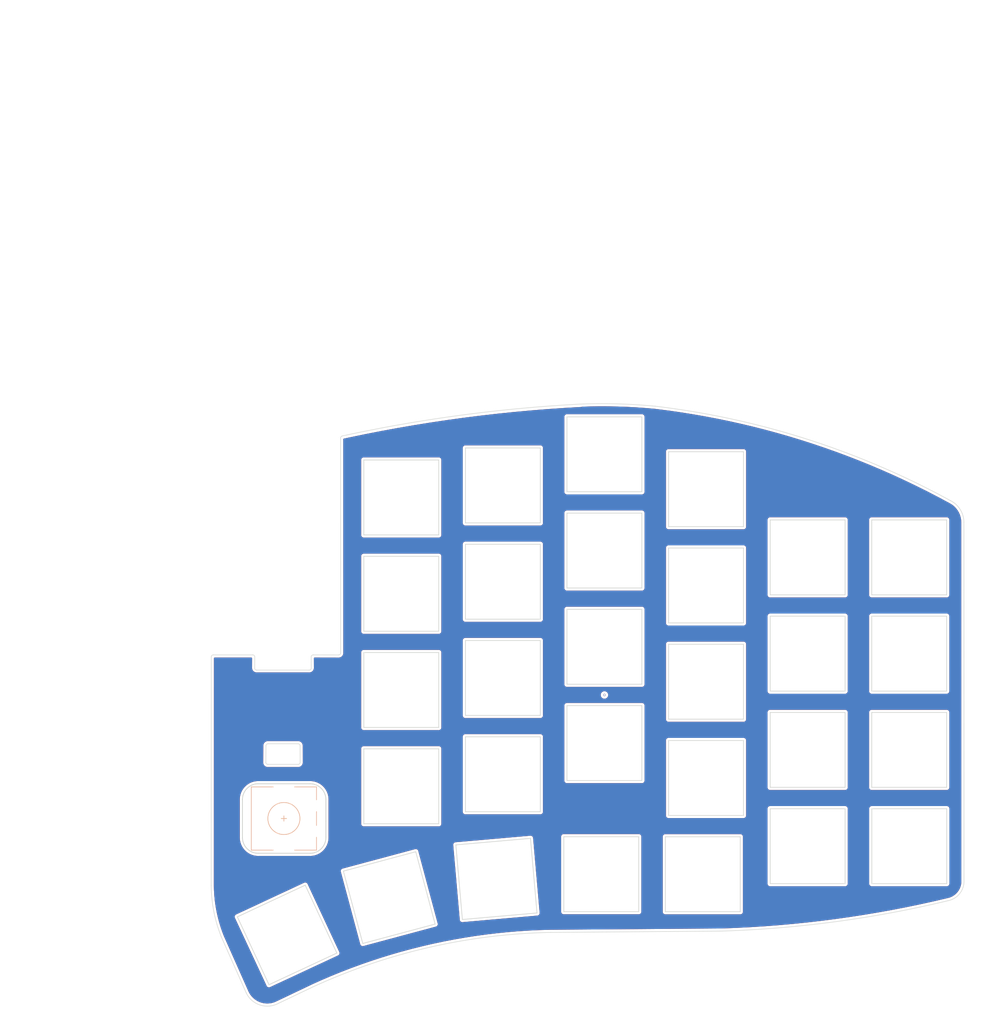
<source format=kicad_pcb>
(kicad_pcb (version 20211014) (generator pcbnew)
  (layers (0 "F.Cu" signal) (31 "B.Cu" signal) (34 "B.Paste" user) (35 "F.Paste" user) (36 "B.SilkS" user "B.Silkscreen") (37 "F.SilkS" user "F.Silkscreen") (38 "B.Mask" user) (39 "F.Mask" user) (44 "Edge.Cuts" user))
  (net 0 "")
  (footprint "Plate:Plate_ChocSpacing_Hotswap_SK6812MiniE" (layer "F.Cu") (at 120.5 48.0195 180)
    (fp_text reference "SW1" hide)
    (fp_text value "SW_PUSH_LED" hide)
    (fp_line (start 7 7) (end 7 -7) (layer "Edge.Cuts") (width 0.12))
    (fp_line (start -7 -7) (end 7 -7) (layer "Edge.Cuts") (width 0.12))
    (fp_line (start -7 -7) (end -7 7) (layer "Edge.Cuts") (width 0.12))
    (fp_line (start -7 7) (end 7 7) (layer "Edge.Cuts") (width 0.12))
  )
  (footprint "Plate:Plate_ChocSpacing_Hotswap_SK6812MiniE" (layer "F.Cu") (at 139.5 45.7695 180)
    (fp_text reference "SW2" hide)
    (fp_text value "SW_PUSH_LED" hide)
    (fp_line (start -7 -7) (end -7 7) (layer "Edge.Cuts") (width 0.12))
    (fp_line (start -7 -7) (end 7 -7) (layer "Edge.Cuts") (width 0.12))
    (fp_line (start -7 7) (end 7 7) (layer "Edge.Cuts") (width 0.12))
    (fp_line (start 7 7) (end 7 -7) (layer "Edge.Cuts") (width 0.12))
  )
  (footprint "Plate:Plate_ChocSpacing_Hotswap_SK6812MiniE" (layer "F.Cu") (at 158.5 39.95 180)
    (fp_text reference "SW3" hide)
    (fp_text value "SW_PUSH_LED" hide)
    (fp_line (start -7 7) (end 7 7) (layer "Edge.Cuts") (width 0.12))
    (fp_line (start -7 -7) (end 7 -7) (layer "Edge.Cuts") (width 0.12))
    (fp_line (start 7 7) (end 7 -7) (layer "Edge.Cuts") (width 0.12))
    (fp_line (start -7 -7) (end -7 7) (layer "Edge.Cuts") (width 0.12))
  )
  (footprint "Plate:Plate_ChocSpacing_Hotswap_SK6812MiniE" (layer "F.Cu") (at 177.5 46.4695 180)
    (fp_text reference "SW4" hide)
    (fp_text value "SW_PUSH_LED" hide)
    (fp_line (start -7 -7) (end 7 -7) (layer "Edge.Cuts") (width 0.12))
    (fp_line (start 7 7) (end 7 -7) (layer "Edge.Cuts") (width 0.12))
    (fp_line (start -7 7) (end 7 7) (layer "Edge.Cuts") (width 0.12))
    (fp_line (start -7 -7) (end -7 7) (layer "Edge.Cuts") (width 0.12))
  )
  (footprint "Plate:Plate_ChocSpacing_Hotswap_SK6812MiniE" (layer "F.Cu") (at 196.5 59.2195 180)
    (fp_text reference "SW5" hide)
    (fp_text value "SW_PUSH_LED" hide)
    (fp_line (start -7 -7) (end 7 -7) (layer "Edge.Cuts") (width 0.12))
    (fp_line (start -7 -7) (end -7 7) (layer "Edge.Cuts") (width 0.12))
    (fp_line (start -7 7) (end 7 7) (layer "Edge.Cuts") (width 0.12))
    (fp_line (start 7 7) (end 7 -7) (layer "Edge.Cuts") (width 0.12))
  )
  (footprint "Plate:Plate_ChocSpacing_Hotswap_SK6812MiniE" (layer "F.Cu") (at 120.5 66.0195 180)
    (fp_text reference "SW7" hide)
    (fp_text value "SW_PUSH_LED" hide)
    (fp_line (start 7 7) (end 7 -7) (layer "Edge.Cuts") (width 0.12))
    (fp_line (start -7 7) (end 7 7) (layer "Edge.Cuts") (width 0.12))
    (fp_line (start -7 -7) (end -7 7) (layer "Edge.Cuts") (width 0.12))
    (fp_line (start -7 -7) (end 7 -7) (layer "Edge.Cuts") (width 0.12))
  )
  (footprint "Plate:Plate_ChocSpacing_Hotswap_SK6812MiniE" (layer "F.Cu") (at 139.5 63.7695 180)
    (fp_text reference "SW8" hide)
    (fp_text value "SW_PUSH_LED" hide)
    (fp_line (start -7 -7) (end 7 -7) (layer "Edge.Cuts") (width 0.12))
    (fp_line (start -7 -7) (end -7 7) (layer "Edge.Cuts") (width 0.12))
    (fp_line (start 7 7) (end 7 -7) (layer "Edge.Cuts") (width 0.12))
    (fp_line (start -7 7) (end 7 7) (layer "Edge.Cuts") (width 0.12))
  )
  (footprint "Plate:Plate_ChocSpacing_Hotswap_SK6812MiniE" (layer "F.Cu") (at 158.5 57.94 180)
    (fp_text reference "SW9" hide)
    (fp_text value "SW_PUSH_LED" hide)
    (fp_line (start -7 -7) (end 7 -7) (layer "Edge.Cuts") (width 0.12))
    (fp_line (start 7 7) (end 7 -7) (layer "Edge.Cuts") (width 0.12))
    (fp_line (start -7 7) (end 7 7) (layer "Edge.Cuts") (width 0.12))
    (fp_line (start -7 -7) (end -7 7) (layer "Edge.Cuts") (width 0.12))
  )
  (footprint "Plate:Plate_ChocSpacing_Hotswap_SK6812MiniE" (layer "F.Cu") (at 177.5 64.4695 180)
    (fp_text reference "SW10" hide)
    (fp_text value "SW_PUSH_LED" hide)
    (fp_line (start -7 7) (end 7 7) (layer "Edge.Cuts") (width 0.12))
    (fp_line (start -7 -7) (end -7 7) (layer "Edge.Cuts") (width 0.12))
    (fp_line (start 7 7) (end 7 -7) (layer "Edge.Cuts") (width 0.12))
    (fp_line (start -7 -7) (end 7 -7) (layer "Edge.Cuts") (width 0.12))
  )
  (footprint "Plate:Plate_ChocSpacing_Hotswap_SK6812MiniE" (layer "F.Cu") (at 196.5 77.2195 180)
    (fp_text reference "SW11" hide)
    (fp_text value "SW_PUSH_LED" hide)
    (fp_line (start -7 7) (end 7 7) (layer "Edge.Cuts") (width 0.12))
    (fp_line (start -7 -7) (end 7 -7) (layer "Edge.Cuts") (width 0.12))
    (fp_line (start -7 -7) (end -7 7) (layer "Edge.Cuts") (width 0.12))
    (fp_line (start 7 7) (end 7 -7) (layer "Edge.Cuts") (width 0.12))
  )
  (footprint "Plate:Plate_ChocSpacing_Hotswap_SK6812MiniE" (layer "F.Cu") (at 215.5 77.2195 180)
    (fp_text reference "SW12" hide)
    (fp_text value "SW_PUSH_LED" hide)
    (fp_line (start -7 -7) (end 7 -7) (layer "Edge.Cuts") (width 0.12))
    (fp_line (start -7 7) (end 7 7) (layer "Edge.Cuts") (width 0.12))
    (fp_line (start -7 -7) (end -7 7) (layer "Edge.Cuts") (width 0.12))
    (fp_line (start 7 7) (end 7 -7) (layer "Edge.Cuts") (width 0.12))
  )
  (footprint "Plate:Plate_ChocSpacing_Hotswap_SK6812MiniE" (layer "F.Cu") (at 120.5 84.0195 180)
    (fp_text reference "SW13" hide)
    (fp_text value "SW_PUSH_LED" hide)
    (fp_line (start -7 7) (end 7 7) (layer "Edge.Cuts") (width 0.12))
    (fp_line (start -7 -7) (end -7 7) (layer "Edge.Cuts") (width 0.12))
    (fp_line (start -7 -7) (end 7 -7) (layer "Edge.Cuts") (width 0.12))
    (fp_line (start 7 7) (end 7 -7) (layer "Edge.Cuts") (width 0.12))
  )
  (footprint "Plate:Plate_ChocSpacing_Hotswap_SK6812MiniE" (layer "F.Cu") (at 139.5 81.7695 180)
    (fp_text reference "SW14" hide)
    (fp_text value "SW_PUSH_LED" hide)
    (fp_line (start -7 7) (end 7 7) (layer "Edge.Cuts") (width 0.12))
    (fp_line (start -7 -7) (end 7 -7) (layer "Edge.Cuts") (width 0.12))
    (fp_line (start 7 7) (end 7 -7) (layer "Edge.Cuts") (width 0.12))
    (fp_line (start -7 -7) (end -7 7) (layer "Edge.Cuts") (width 0.12))
  )
  (footprint "Plate:Plate_ChocSpacing_Hotswap_SK6812MiniE" (layer "F.Cu") (at 158.5 75.94 180)
    (fp_text reference "SW15" hide)
    (fp_text value "SW_PUSH_LED" hide)
    (fp_line (start -7 7) (end 7 7) (layer "Edge.Cuts") (width 0.12))
    (fp_line (start 7 7) (end 7 -7) (layer "Edge.Cuts") (width 0.12))
    (fp_line (start -7 -7) (end 7 -7) (layer "Edge.Cuts") (width 0.12))
    (fp_line (start -7 -7) (end -7 7) (layer "Edge.Cuts") (width 0.12))
  )
  (footprint "Plate:Plate_ChocSpacing_Hotswap_SK6812MiniE" (layer "F.Cu") (at 177.5 82.4695 180)
    (fp_text reference "SW16" hide)
    (fp_text value "SW_PUSH_LED" hide)
    (fp_line (start 7 7) (end 7 -7) (layer "Edge.Cuts") (width 0.12))
    (fp_line (start -7 -7) (end 7 -7) (layer "Edge.Cuts") (width 0.12))
    (fp_line (start -7 7) (end 7 7) (layer "Edge.Cuts") (width 0.12))
    (fp_line (start -7 -7) (end -7 7) (layer "Edge.Cuts") (width 0.12))
  )
  (footprint "Plate:Plate_ChocSpacing_Hotswap_SK6812MiniE" (layer "F.Cu") (at 196.5 95.2195 180)
    (fp_text reference "SW17" hide)
    (fp_text value "SW_PUSH_LED" hide)
    (fp_line (start 7 7) (end 7 -7) (layer "Edge.Cuts") (width 0.12))
    (fp_line (start -7 -7) (end 7 -7) (layer "Edge.Cuts") (width 0.12))
    (fp_line (start -7 7) (end 7 7) (layer "Edge.Cuts") (width 0.12))
    (fp_line (start -7 -7) (end -7 7) (layer "Edge.Cuts") (width 0.12))
  )
  (footprint "Plate:Plate_ChocSpacing_Hotswap_SK6812MiniE" (layer "F.Cu") (at 215.5 95.2195 180)
    (fp_text reference "SW18" hide)
    (fp_text value "SW_PUSH_LED" hide)
    (fp_line (start -7 -7) (end 7 -7) (layer "Edge.Cuts") (width 0.12))
    (fp_line (start -7 7) (end 7 7) (layer "Edge.Cuts") (width 0.12))
    (fp_line (start 7 7) (end 7 -7) (layer "Edge.Cuts") (width 0.12))
    (fp_line (start -7 -7) (end -7 7) (layer "Edge.Cuts") (width 0.12))
  )
  (footprint "Plate:Plate_ChocSpacing_Hotswap_SK6812MiniE" (layer "F.Cu") (at 120.5 102.0195 180)
    (fp_text reference "SW19" hide)
    (fp_text value "SW_PUSH_LED" hide)
    (fp_line (start 7 7) (end 7 -7) (layer "Edge.Cuts") (width 0.12))
    (fp_line (start -7 -7) (end 7 -7) (layer "Edge.Cuts") (width 0.12))
    (fp_line (start -7 7) (end 7 7) (layer "Edge.Cuts") (width 0.12))
    (fp_line (start -7 -7) (end -7 7) (layer "Edge.Cuts") (width 0.12))
  )
  (footprint "Plate:Plate_ChocSpacing_Hotswap_SK6812MiniE" (layer "F.Cu") (at 139.5 99.7695 180)
    (fp_text reference "SW20" hide)
    (fp_text value "SW_PUSH_LED" hide)
    (fp_line (start -7 -7) (end 7 -7) (layer "Edge.Cuts") (width 0.12))
    (fp_line (start -7 7) (end 7 7) (layer "Edge.Cuts") (width 0.12))
    (fp_line (start -7 -7) (end -7 7) (layer "Edge.Cuts") (width 0.12))
    (fp_line (start 7 7) (end 7 -7) (layer "Edge.Cuts") (width 0.12))
  )
  (footprint "Plate:Plate_ChocSpacing_Hotswap_SK6812MiniE" (layer "F.Cu") (at 158.5 93.94 180)
    (fp_text reference "SW21" hide)
    (fp_text value "SW_PUSH_LED" hide)
    (fp_line (start -7 -7) (end 7 -7) (layer "Edge.Cuts") (width 0.12))
    (fp_line (start -7 -7) (end -7 7) (layer "Edge.Cuts") (width 0.12))
    (fp_line (start -7 7) (end 7 7) (layer "Edge.Cuts") (width 0.12))
    (fp_line (start 7 7) (end 7 -7) (layer "Edge.Cuts") (width 0.12))
  )
  (footprint "Plate:Plate_ChocSpacing_Hotswap_SK6812MiniE" (layer "F.Cu") (at 177.5 100.4695 180)
    (fp_text reference "SW22" hide)
    (fp_text value "SW_PUSH_LED" hide)
    (fp_line (start 7 7) (end 7 -7) (layer "Edge.Cuts") (width 0.12))
    (fp_line (start -7 7) (end 7 7) (layer "Edge.Cuts") (width 0.12))
    (fp_line (start -7 -7) (end -7 7) (layer "Edge.Cuts") (width 0.12))
    (fp_line (start -7 -7) (end 7 -7) (layer "Edge.Cuts") (width 0.12))
  )
  (footprint "Plate:Plate_ChocSpacing_Hotswap_SK6812MiniE" (layer "F.Cu") (at 196.5 113.2195 180)
    (fp_text reference "SW23" hide)
    (fp_text value "SW_PUSH_LED" hide)
    (fp_line (start -7 7) (end 7 7) (layer "Edge.Cuts") (width 0.12))
    (fp_line (start 7 7) (end 7 -7) (layer "Edge.Cuts") (width 0.12))
    (fp_line (start -7 -7) (end 7 -7) (layer "Edge.Cuts") (width 0.12))
    (fp_line (start -7 -7) (end -7 7) (layer "Edge.Cuts") (width 0.12))
  )
  (footprint "Plate:Plate_ChocSpacing_Hotswap_SK6812MiniE" (layer "F.Cu") (at 215.512493 113.2195 180)
    (fp_text reference "SW24" hide)
    (fp_text value "SW_PUSH_LED" hide)
    (fp_line (start -7 -7) (end -7 7) (layer "Edge.Cuts") (width 0.12))
    (fp_line (start -7 7) (end 7 7) (layer "Edge.Cuts") (width 0.12))
    (fp_line (start 7 7) (end 7 -7) (layer "Edge.Cuts") (width 0.12))
    (fp_line (start -7 -7) (end 7 -7) (layer "Edge.Cuts") (width 0.12))
  )
  (footprint "Plate:Plate_ChocSpacing_Hotswap_SK6812MiniE" (layer "F.Cu") (at 99.149234 129.818965 -155)
    (fp_text reference "SW26" hide)
    (fp_text value "SW_PUSH_LED" hide)
    (fp_line (start -7 7) (end 7 7) (layer "Edge.Cuts") (width 0.12))
    (fp_line (start -7 -7) (end 7 -7) (layer "Edge.Cuts") (width 0.12))
    (fp_line (start -7 -7) (end -7 7) (layer "Edge.Cuts") (width 0.12))
    (fp_line (start 7 7) (end 7 -7) (layer "Edge.Cuts") (width 0.12))
  )
  (footprint "Plate:Plate_ChocSpacing_Hotswap_SK6812MiniE" (layer "F.Cu") (at 138.298041 119.344167 -175)
    (fp_text reference "SW28" hide)
    (fp_text value "SW_PUSH_LED" hide)
    (fp_line (start 7 7) (end 7 -7) (layer "Edge.Cuts") (width 0.12))
    (fp_line (start -7 -7) (end -7 7) (layer "Edge.Cuts") (width 0.12))
    (fp_line (start -7 7) (end 7 7) (layer "Edge.Cuts") (width 0.12))
    (fp_line (start -7 -7) (end 7 -7) (layer "Edge.Cuts") (width 0.12))
  )
  (footprint "Plate:Plate_ChocSpacing_Hotswap_SK6812MiniE" (layer "F.Cu") (at 157.9 118.4595 180)
    (fp_text reference "SW29" hide)
    (fp_text value "SW_PUSH_LED" hide)
    (fp_line (start 7 7) (end 7 -7) (layer "Edge.Cuts") (width 0.12))
    (fp_line (start -7 -7) (end -7 7) (layer "Edge.Cuts") (width 0.12))
    (fp_line (start -7 -7) (end 7 -7) (layer "Edge.Cuts") (width 0.12))
    (fp_line (start -7 7) (end 7 7) (layer "Edge.Cuts") (width 0.12))
  )
  (footprint "Plate:Plate_RotaryEncoder_Alps_EC11E-Switch_Vertical" (layer "F.Cu") (at 98.55 108.05)
    (fp_text reference "SW25" hide)
    (fp_text value "Rotary_Encoder_Switch")
    (fp_line (start 6.1 5.9) (end 2 5.9) (layer "B.SilkS") (width 0.12))
    (fp_line (start 6.1 -5.9) (end 6.1 -3.5) (layer "B.SilkS") (width 0.12))
    (fp_line (start 6.1 3.5) (end 6.1 5.9) (layer "B.SilkS") (width 0.12))
    (fp_line (start -2 5.9) (end -6.1 5.9) (layer "B.SilkS") (width 0.12))
    (fp_line (start 2 -5.9) (end 6.1 -5.9) (layer "B.SilkS") (width 0.12))
    (fp_line (start -6.1 -5.9) (end -6.1 5.9) (layer "B.SilkS") (width 0.12))
    (fp_line (start -2 -5.9) (end -6.1 -5.9) (layer "B.SilkS") (width 0.12))
    (fp_line (start 6.1 -1.3) (end 6.1 1.3) (layer "B.SilkS") (width 0.12))
    (fp_line (start 0 -0.5) (end 0 0.5) (layer "B.SilkS") (width 0.12))
    (fp_line (start -0.5 0) (end 0.5 0) (layer "B.SilkS") (width 0.12))
    (fp_circle (center 0 0) (end 3 0) (layer "B.SilkS") (width 0.12) (fill none))
    (fp_line (start -0.5 0) (end 0.5 0) (layer "F.SilkS") (width 0.12))
    (fp_line (start 2 -5.9) (end 6.1 -5.9) (layer "F.SilkS") (width 0.12))
    (fp_line (start 6.1 -1.3) (end 6.1 1.3) (layer "F.SilkS") (width 0.12))
    (fp_line (start -2 5.9) (end -6.1 5.9) (layer "F.SilkS") (width 0.12))
    (fp_line (start 6.1 -5.9) (end 6.1 -3.5) (layer "F.SilkS") (width 0.12))
    (fp_line (start 6.1 3.5) (end 6.1 5.9) (layer "F.SilkS") (width 0.12))
    (fp_line (start -2 -5.9) (end -6.1 -5.9) (layer "F.SilkS") (width 0.12))
    (fp_line (start 0 -0.5) (end 0 0.5) (layer "F.SilkS") (width 0.12))
    (fp_line (start -6.1 -5.9) (end -6.1 5.9) (layer "F.SilkS") (width 0.12))
    (fp_line (start 6.1 5.9) (end 2 5.9) (layer "F.SilkS") (width 0.12))
    (fp_circle (center 0 0) (end 3 0) (layer "F.SilkS") (width 0.12) (fill none))
    (fp_line (start -7.75 -3.5) (end -7.75 3.6) (layer "Edge.Cuts") (width 0.15))
    (fp_line (start -4.75 6.5) (end 4.95 6.5) (layer "Edge.Cuts") (width 0.15))
    (fp_line (start 7.85 3.5) (end 7.85 0.5) (layer "Edge.Cuts") (width 0.15))
    (fp_line (start 7.85 0.5) (end 7.85 -3.6) (layer "Edge.Cuts") (width 0.15))
    (fp_line (start 4.85 -6.5) (end -4.85 -6.5) (layer "Edge.Cuts") (width 0.15))
    (fp_arc (start 4.85 -6.5) (mid 6.95061 -5.67132) (end 7.85 -3.6) (layer "Edge.Cuts") (width 0.15))
    (fp_arc (start 7.85 3.5) (mid 7.02132 5.60061) (end 4.95 6.5) (layer "Edge.Cuts") (width 0.15))
    (fp_arc (start -7.75 -3.5) (mid -6.92132 -5.60061) (end -4.85 -6.5) (layer "Edge.Cuts") (width 0.15))
    (fp_arc (start -4.75 6.5) (mid -6.85061 5.67132) (end -7.75 3.6) (layer "Edge.Cuts") (width 0.15))
  )
  (footprint "Plate:Plate_ChocSpacing_Hotswap_SK6812MiniE" (layer "F.Cu") (at 176.9 118.4695 180)
    (fp_text reference "SW30" hide)
    (fp_text value "SW_PUSH_LED" hide)
    (fp_line (start -7 -7) (end 7 -7) (layer "Edge.Cuts") (width 0.12))
    (fp_line (start -7 7) (end 7 7) (layer "Edge.Cuts") (width 0.12))
    (fp_line (start -7 -7) (end -7 7) (layer "Edge.Cuts") (width 0.12))
    (fp_line (start 7 7) (end 7 -7) (layer "Edge.Cuts") (width 0.12))
  )
  (footprint "Plate:Plate_ChocSpacing_Hotswap_SK6812MiniE" (layer "F.Cu") (at 118.25437 122.836375 -165)
    (fp_text reference "SW27" hide)
    (fp_text value "SW_PUSH_LED" hide)
    (fp_line (start -7 -7) (end -7 7) (layer "Edge.Cuts") (width 0.12))
    (fp_line (start 7 7) (end 7 -7) (layer "Edge.Cuts") (width 0.12))
    (fp_line (start -7 7) (end 7 7) (layer "Edge.Cuts") (width 0.12))
    (fp_line (start -7 -7) (end 7 -7) (layer "Edge.Cuts") (width 0.12))
  )
  (footprint "Plate:Plate_ChocSpacing_Hotswap_SK6812MiniE" (layer "F.Cu") (at 215.5 59.2195 180)
    (fp_text reference "SW6" hide)
    (fp_text value "SW_PUSH_LED" hide)
    (fp_line (start -7 -7) (end -7 7) (layer "Edge.Cuts") (width 0.12))
    (fp_line (start 7 7) (end 7 -7) (layer "Edge.Cuts") (width 0.12))
    (fp_line (start -7 7) (end 7 7) (layer "Edge.Cuts") (width 0.12))
    (fp_line (start -7 -7) (end 7 -7) (layer "Edge.Cuts") (width 0.12))
  )
  (gr_arc (start 92.725 77.45) (mid 92.990165 77.559835) (end 93.1 77.825) (layer "Edge.Cuts") (width 0.1))
  (gr_line (start 92.725 77.45) (end 85.340165 77.45) (layer "Edge.Cuts") (width 0.1))
  (gr_line (start 95.2 94.45) (end 95.175 97.55) (layer "Edge.Cuts") (width 0.1))
  (gr_line (start 104.025 77.45) (end 108.784835 77.459835) (layer "Edge.Cuts") (width 0.1))
  (gr_arc (start 103.659835 79.925) (mid 103.55 80.190165) (end 103.284835 80.3) (layer "Edge.Cuts") (width 0.1))
  (gr_arc (start 103.65 77.825) (mid 103.759835 77.559835) (end 104.025 77.45) (layer "Edge.Cuts") (width 0.1))
  (gr_arc (start 101.584835 97.55) (mid 101.475 97.815165) (end 101.209835 97.925) (layer "Edge.Cuts") (width 0.1))
  (gr_line (start 97.45 142.65) (end 103.85 139.6) (layer "Edge.Cuts") (width 0.1))
  (gr_arc (start 93.465165 80.3) (mid 93.2 80.190165) (end 93.090165 79.925) (layer "Edge.Cuts") (width 0.1))
  (gr_arc (start 109.150001 36.95) (mid 109.220298 36.694016) (end 109.425 36.525) (layer "Edge.Cuts") (width 0.1))
  (gr_line (start 109.15 36.95) (end 109.159835 77.084835) (layer "Edge.Cuts") (width 0.1))
  (gr_line (start 93.465165 80.3) (end 103.284835 80.3) (layer "Edge.Cuts") (width 0.1))
  (gr_arc (start 222.69607 123.435293) (mid 201.767199 127.340242) (end 180.55 129.1) (layer "Edge.Cuts") (width 0.1))
  (gr_arc (start 154.1 30.55) (mid 161.056693 30.517423) (end 168 30.95) (layer "Edge.Cuts") (width 0.1))
  (gr_line (start 101.209835 97.925) (end 95.55 97.925) (layer "Edge.Cuts") (width 0.1))
  (gr_arc (start 97.45 142.65) (mid 94.050844 142.911863) (end 91.5 140.65) (layer "Edge.Cuts") (width 0.1))
  (gr_line (start 103.659835 79.925) (end 103.65 77.825) (layer "Edge.Cuts") (width 0.1))
  (gr_arc (start 168 30.95) (mid 196.445917 37.129412) (end 223.2 48.6) (layer "Edge.Cuts") (width 0.1))
  (gr_arc (start 109.425 36.525) (mid 131.641659 32.633971) (end 154.1 30.55) (layer "Edge.Cuts") (width 0.1))
  (gr_arc (start 109.159835 77.084835) (mid 109.05 77.35) (end 108.784835 77.459835) (layer "Edge.Cuts") (width 0.1))
  (gr_line (start 93.1 77.825) (end 93.090165 79.925) (layer "Edge.Cuts") (width 0.1))
  (gr_line (start 86.85 130.2) (end 91.5 140.65) (layer "Edge.Cuts") (width 0.1))
  (gr_line (start 148.45 129.35) (end 180.55 129.1) (layer "Edge.Cuts") (width 0.1))
  (gr_arc (start 225.75 119.6) (mid 224.943457 122.091297) (end 222.69607 123.435293) (layer "Edge.Cuts") (width 0.1))
  (gr_arc (start 84.965165 77.825) (mid 85.075 77.559835) (end 85.340165 77.45) (layer "Edge.Cuts") (width 0.1))
  (gr_arc (start 223.2 48.6) (mid 225.039621 50.26642) (end 225.732233 52.65) (layer "Edge.Cuts") (width 0.1))
  (gr_line (start 84.965165 77.825) (end 84.95 120.55) (layer "Edge.Cuts") (width 0.1))
  (gr_line (start 95.575 94.075) (end 101.2 94.075) (layer "Edge.Cuts") (width 0.1))
  (gr_arc (start 95.2 94.45) (mid 95.309835 94.184835) (end 95.575 94.075) (layer "Edge.Cuts") (width 0.1))
  (gr_arc (start 95.55 97.925) (mid 95.284835 97.815165) (end 95.175 97.55) (layer "Edge.Cuts") (width 0.1))
  (gr_arc (start 86.85 130.2) (mid 85.44832 125.463932) (end 84.95 120.55) (layer "Edge.Cuts") (width 0.1))
  (gr_line (start 225.732233 52.65) (end 225.75 119.6) (layer "Edge.Cuts") (width 0.1))
  (gr_arc (start 101.2 94.075) (mid 101.465165 94.184835) (end 101.575 94.45) (layer "Edge.Cuts") (width 0.1))
  (gr_arc (start 103.85 139.6) (mid 125.620271 132.170033) (end 148.45 129.35) (layer "Edge.Cuts") (width 0.1))
  (gr_line (start 101.575 94.45) (end 101.584835 97.55) (layer "Edge.Cuts") (width 0.1))
  (via (at 158.5 84.95) (size 0.4) (drill 0.3) (layers "F.Cu" "B.Cu") (net 0))
  (zone (net 0) (net_name "") (layer "F.Cu") (connect_pads (clearance 0.5)) (min_thickness 0.254) (fill yes (thermal_gap 0.508) (thermal_bridge_width 0.508))
    (polygon (pts (xy 195.15 33.2) (xy 228.95 48.5) (xy 226.65 124.95) (xy 184.9 131.9) (xy 141.55 131.95) (xy 92.6 146.5) (xy 81.75 125.8) (xy 82.25 42.55) (xy 120.65 31.4) (xy 160.05 28.2)))
  )
  (zone (net 0) (net_name "") (layer "B.Cu") (connect_pads (clearance 0.5)) (min_thickness 0.254) (fill yes (thermal_gap 0.508) (thermal_bridge_width 0.508))
    (polygon (pts (xy 195.5 33.1) (xy 229.3 48.4) (xy 227 124.85) (xy 185.25 131.8) (xy 141.9 131.85) (xy 92.95 146.4) (xy 82.1 125.7) (xy 82.6 42.45) (xy 121 31.3) (xy 160.4 28.1)))
  )
)
</source>
